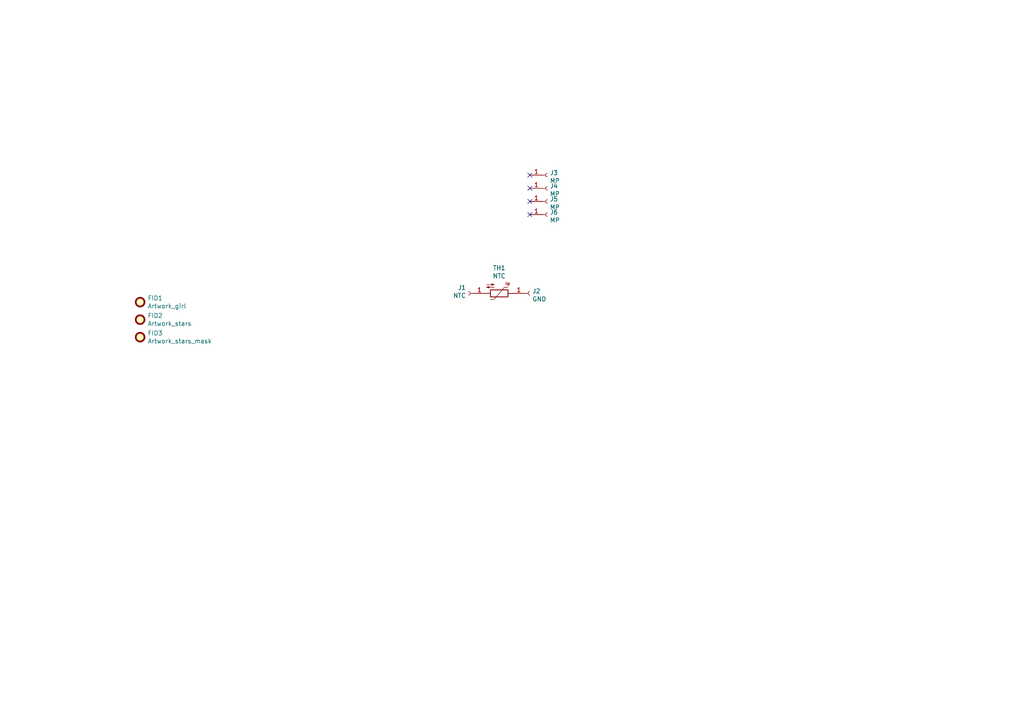
<source format=kicad_sch>
(kicad_sch (version 20230121) (generator eeschema)
  (paper "A4")
  (lib_symbols
    (symbol "Device:Thermistor_NTC" (pin_numbers hide) (pin_names (offset 0))
      (property "Reference" "TH" (at -4.445 0 90))
      (property "Value" "Thermistor_NTC" (at 3.175 0 90))
      (symbol "Thermistor_NTC_0_1"
        (arc (start -3.048 2.159) (mid -3.0495 2.3143) (end -3.175 2.413))
        (arc (start -3.048 2.159) (mid -2.9736 1.9794) (end -2.794 1.905))
        (arc (start -3.048 2.794) (mid -2.9736 2.6144) (end -2.794 2.54))
        (arc (start -2.794 1.905) (mid -2.6144 1.9794) (end -2.54 2.159))
        (arc (start -2.794 2.54) (mid -2.4393 2.5587) (end -2.159 2.794))
        (arc (start -2.794 3.048) (mid -2.9736 2.9736) (end -3.048 2.794))
        (arc (start -2.54 2.794) (mid -2.6144 2.9736) (end -2.794 3.048))
        (rectangle (start -1.016 2.54) (end 1.016 -2.54) (stroke (width 0.254)))
        (polyline (pts (xy -2.54 2.159) (xy -2.54 2.794)))
        (polyline (pts (xy -1.778 2.54) (xy -1.778 1.524) (xy 1.778 -1.524) (xy 1.778 -2.54)))
        (polyline (pts (xy -2.54 -3.683) (xy -2.54 -1.397) (xy -2.794 -2.159) (xy -2.286 -2.159) (xy -2.54 -1.397) (xy -2.54 -1.651)) (fill (type outline)))
        (polyline (pts (xy -1.778 -1.397) (xy -1.778 -3.683) (xy -2.032 -2.921) (xy -1.524 -2.921) (xy -1.778 -3.683) (xy -1.778 -3.429)) (fill (type outline)))
      )
      (symbol "Thermistor_NTC_1_1"
        (pin passive line (at 0 3.81 270) (length 1.27) (name "~") (number "1"))
        (pin passive line (at 0 -3.81 90) (length 1.27) (name "~") (number "2"))
      )
    )
    (symbol "Mechanical:Fiducial"
      (property "Reference" "FID" (at 0 5.08 0))
      (property "Value" "Fiducial" (at 0 3.175 0))
      (symbol "Fiducial_0_1"
        (circle (center 0 0) (radius 1.27) (stroke (width 0.508)) (fill (type background)))
      )
    )
    (symbol "coaster_frontboard-rescue:Conn_01x01_Female-Connector" (pin_names (offset 1.016) hide)
      (property "Reference" "J" (at 0 2.54 0))
      (property "Value" "Connector_Conn_01x01_Female" (at 0 -2.54 0))
      (symbol "Conn_01x01_Female-Connector_1_1"
        (polyline (pts (xy -1.27 0) (xy -0.508 0)) (stroke (width 0.1524)))
        (arc (start 0 0.508) (mid -0.5058 0) (end 0 -0.508) (stroke (width 0.1524)))
        (pin passive line (at -5.08 0 0) (length 3.81) (name "Pin_1") (number "1"))
      )
    )
  )
  (no_connect (at 153.67 62.23))
  (no_connect (at 153.67 58.42))
  (no_connect (at 153.67 54.61))
  (no_connect (at 153.67 50.8))
  (symbol (lib_id "Mechanical:Fiducial") (at 40.64 87.63 0) (unit 1)
    (property "Reference" "FID1" (at 42.799 86.4616 0) (effects (justify left)))
    (property "Value" "Artwork_girl" (at 42.799 88.773 0) (effects (justify left)))
    (property "Footprint" "otter:shark_girl_kani_aji_" (effects hide))
  )
  (symbol (lib_id "Mechanical:Fiducial") (at 40.64 92.71 0) (unit 1)
    (property "Reference" "FID2" (at 42.799 91.5416 0) (effects (justify left)))
    (property "Value" "Artwork_stars" (at 42.799 93.853 0) (effects (justify left)))
    (property "Footprint" "otter:stars_kani_aji_" (effects hide))
  )
  (symbol (lib_id "Mechanical:Fiducial") (at 40.64 97.79 0) (unit 1)
    (property "Reference" "FID3" (at 42.799 96.6216 0) (effects (justify left)))
    (property "Value" "Artwork_stars_mask" (at 42.799 98.933 0) (effects (justify left)))
    (property "Footprint" "otter:stars_mask_kani_aji_" (effects hide))
  )
  (symbol (lib_id "coaster_frontboard-rescue:Conn_01x01_Female-Connector") (at 153.67 85.09 0) (unit 1)
    (property "Reference" "J2" (at 154.3812 84.4296 0) (effects (justify left)))
    (property "Value" "GND" (at 154.3812 86.741 0) (effects (justify left)))
    (property "Footprint" "TestPoint:TestPoint_Pad_D1.5mm" (effects hide))
  )
  (symbol (lib_id "Device:Thermistor_NTC") (at 144.78 85.09 270) (unit 1)
    (property "Reference" "TH1" (at 144.78 77.724 90))
    (property "Value" "NTC" (at 144.78 80.0354 90))
    (property "Footprint" "otter:R_0402" (effects hide))
  )
  (symbol (lib_id "coaster_frontboard-rescue:Conn_01x01_Female-Connector") (at 135.89 85.09 180) (unit 1)
    (property "Reference" "J1" (at 135.1788 83.4136 0) (effects (justify left)))
    (property "Value" "NTC" (at 135.1788 85.725 0) (effects (justify left)))
    (property "Footprint" "TestPoint:TestPoint_Pad_D1.5mm" (effects hide))
  )
  (symbol (lib_id "coaster_frontboard-rescue:Conn_01x01_Female-Connector") (at 158.75 50.8 0) (unit 1)
    (property "Reference" "J3" (at 159.4612 50.1396 0) (effects (justify left)))
    (property "Value" "MP" (at 159.4612 52.451 0) (effects (justify left)))
    (property "Footprint" "TestPoint:TestPoint_Pad_D1.5mm" (effects hide))
  )
  (symbol (lib_id "coaster_frontboard-rescue:Conn_01x01_Female-Connector") (at 158.75 54.61 0) (unit 1)
    (property "Reference" "J4" (at 159.4612 53.9496 0) (effects (justify left)))
    (property "Value" "MP" (at 159.4612 56.261 0) (effects (justify left)))
    (property "Footprint" "TestPoint:TestPoint_Pad_D1.5mm" (effects hide))
  )
  (symbol (lib_id "coaster_frontboard-rescue:Conn_01x01_Female-Connector") (at 158.75 58.42 0) (unit 1)
    (property "Reference" "J5" (at 159.4612 57.7596 0) (effects (justify left)))
    (property "Value" "MP" (at 159.4612 60.071 0) (effects (justify left)))
    (property "Footprint" "TestPoint:TestPoint_Pad_D1.5mm" (effects hide))
  )
  (symbol (lib_id "coaster_frontboard-rescue:Conn_01x01_Female-Connector") (at 158.75 62.23 0) (unit 1)
    (property "Reference" "J6" (at 159.4612 61.5696 0) (effects (justify left)))
    (property "Value" "MP" (at 159.4612 63.881 0) (effects (justify left)))
    (property "Footprint" "TestPoint:TestPoint_Pad_D1.5mm" (effects hide))
  )
)
</source>
